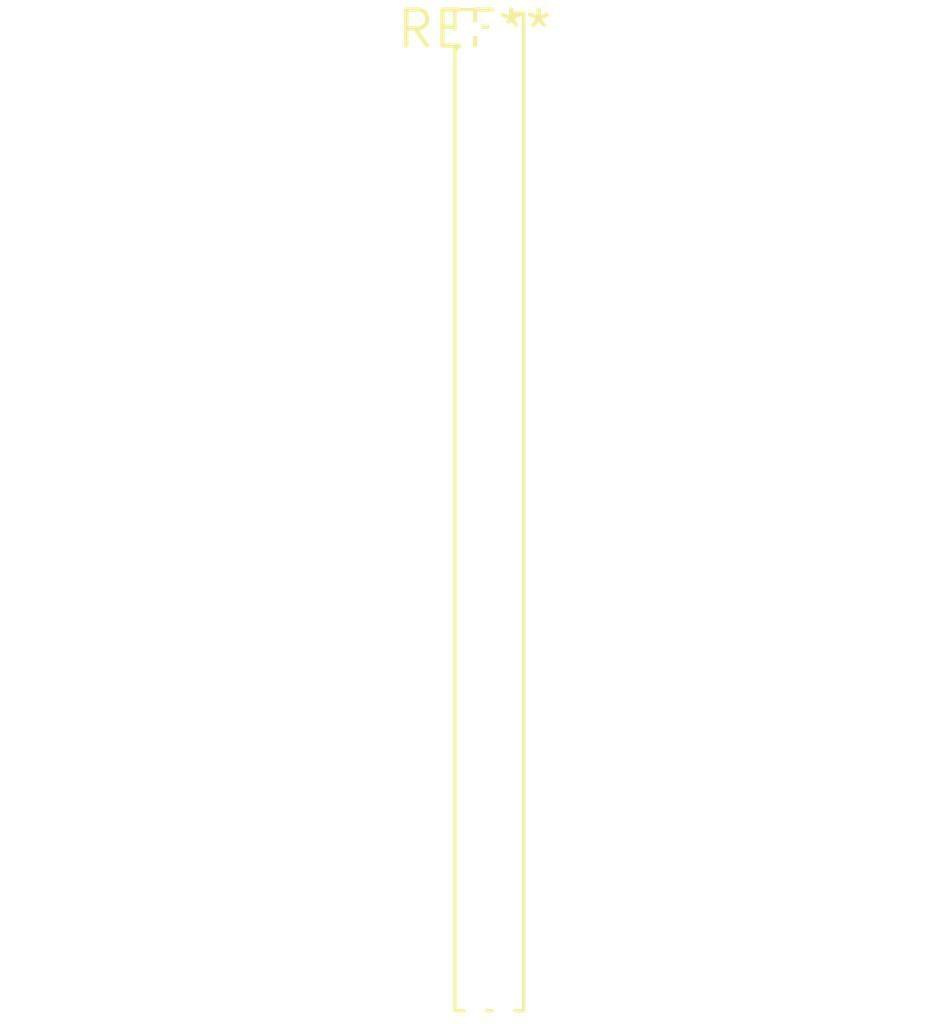
<source format=kicad_pcb>
(kicad_pcb (version 20240108) (generator pcbnew)
  (layers (0 "F.Cu" signal) (31 "B.Cu" signal) (34 "B.Paste" user) (35 "F.Paste" user) (36 "B.SilkS" user "B.Silkscreen") (37 "F.SilkS" user "F.Silkscreen") (38 "B.Mask" user) (39 "F.Mask" user) (44 "Edge.Cuts" user))
  (net 0 "")
  (footprint "PinHeader_2x35_P1.00mm_Vertical" (layer "F.Cu") (at 0 0)
    (property "Reference" "REF**")
    (property "Value" "PinHeader_2x35_P1.00mm_Vertical")
    (fp_line (start -0.71 -0.685) (end 0 -0.685) (layer "F.SilkS") (stroke (width 0.12)))
    (fp_line (start -0.71 0) (end -0.71 -0.685) (layer "F.SilkS") (stroke (width 0.12)))
    (fp_line (start -0.71 0.685) (end -0.71 34.56) (layer "F.SilkS") (stroke (width 0.12)))
    (fp_line (start -0.71 0.685) (end -0.608276 0.685) (layer "F.SilkS") (stroke (width 0.12)))
    (fp_line (start -0.71 34.56) (end -0.394493 34.56) (layer "F.SilkS") (stroke (width 0.12)))
    (fp_line (start 0.394493 34.56) (end 0.605507 34.56) (layer "F.SilkS") (stroke (width 0.12)))
    (fp_line (start 1.394493 -0.56) (end 1.71 -0.56) (layer "F.SilkS") (stroke (width 0.12)))
    (fp_line (start 1.394493 34.56) (end 1.71 34.56) (layer "F.SilkS") (stroke (width 0.12)))
    (fp_line (start 1.71 -0.56) (end 1.71 34.56) (layer "F.SilkS") (stroke (width 0.12)))
    (pad "1" thru_hole rect (at 0 0) (size 0.85 0.85) (drill 0.5) (layers *.Cu *.Mask) (remove_unused_layers))
    (pad "2" thru_hole oval (at 1 0) (size 0.85 0.85) (drill 0.5) (layers *.Cu *.Mask) (remove_unused_layers))
    (pad "3" thru_hole oval (at 0 1) (size 0.85 0.85) (drill 0.5) (layers *.Cu *.Mask) (remove_unused_layers))
    (pad "4" thru_hole oval (at 1 1) (size 0.85 0.85) (drill 0.5) (layers *.Cu *.Mask) (remove_unused_layers))
    (pad "5" thru_hole oval (at 0 2) (size 0.85 0.85) (drill 0.5) (layers *.Cu *.Mask) (remove_unused_layers))
    (pad "6" thru_hole oval (at 1 2) (size 0.85 0.85) (drill 0.5) (layers *.Cu *.Mask) (remove_unused_layers))
    (pad "7" thru_hole oval (at 0 3) (size 0.85 0.85) (drill 0.5) (layers *.Cu *.Mask) (remove_unused_layers))
    (pad "8" thru_hole oval (at 1 3) (size 0.85 0.85) (drill 0.5) (layers *.Cu *.Mask) (remove_unused_layers))
    (pad "9" thru_hole oval (at 0 4) (size 0.85 0.85) (drill 0.5) (layers *.Cu *.Mask) (remove_unused_layers))
    (pad "10" thru_hole oval (at 1 4) (size 0.85 0.85) (drill 0.5) (layers *.Cu *.Mask) (remove_unused_layers))
    (pad "11" thru_hole oval (at 0 5) (size 0.85 0.85) (drill 0.5) (layers *.Cu *.Mask) (remove_unused_layers))
    (pad "12" thru_hole oval (at 1 5) (size 0.85 0.85) (drill 0.5) (layers *.Cu *.Mask) (remove_unused_layers))
    (pad "13" thru_hole oval (at 0 6) (size 0.85 0.85) (drill 0.5) (layers *.Cu *.Mask) (remove_unused_layers))
    (pad "14" thru_hole oval (at 1 6) (size 0.85 0.85) (drill 0.5) (layers *.Cu *.Mask) (remove_unused_layers))
    (pad "15" thru_hole oval (at 0 7) (size 0.85 0.85) (drill 0.5) (layers *.Cu *.Mask) (remove_unused_layers))
    (pad "16" thru_hole oval (at 1 7) (size 0.85 0.85) (drill 0.5) (layers *.Cu *.Mask) (remove_unused_layers))
    (pad "17" thru_hole oval (at 0 8) (size 0.85 0.85) (drill 0.5) (layers *.Cu *.Mask) (remove_unused_layers))
    (pad "18" thru_hole oval (at 1 8) (size 0.85 0.85) (drill 0.5) (layers *.Cu *.Mask) (remove_unused_layers))
    (pad "19" thru_hole oval (at 0 9) (size 0.85 0.85) (drill 0.5) (layers *.Cu *.Mask) (remove_unused_layers))
    (pad "20" thru_hole oval (at 1 9) (size 0.85 0.85) (drill 0.5) (layers *.Cu *.Mask) (remove_unused_layers))
    (pad "21" thru_hole oval (at 0 10) (size 0.85 0.85) (drill 0.5) (layers *.Cu *.Mask) (remove_unused_layers))
    (pad "22" thru_hole oval (at 1 10) (size 0.85 0.85) (drill 0.5) (layers *.Cu *.Mask) (remove_unused_layers))
    (pad "23" thru_hole oval (at 0 11) (size 0.85 0.85) (drill 0.5) (layers *.Cu *.Mask) (remove_unused_layers))
    (pad "24" thru_hole oval (at 1 11) (size 0.85 0.85) (drill 0.5) (layers *.Cu *.Mask) (remove_unused_layers))
    (pad "25" thru_hole oval (at 0 12) (size 0.85 0.85) (drill 0.5) (layers *.Cu *.Mask) (remove_unused_layers))
    (pad "26" thru_hole oval (at 1 12) (size 0.85 0.85) (drill 0.5) (layers *.Cu *.Mask) (remove_unused_layers))
    (pad "27" thru_hole oval (at 0 13) (size 0.85 0.85) (drill 0.5) (layers *.Cu *.Mask) (remove_unused_layers))
    (pad "28" thru_hole oval (at 1 13) (size 0.85 0.85) (drill 0.5) (layers *.Cu *.Mask) (remove_unused_layers))
    (pad "29" thru_hole oval (at 0 14) (size 0.85 0.85) (drill 0.5) (layers *.Cu *.Mask) (remove_unused_layers))
    (pad "30" thru_hole oval (at 1 14) (size 0.85 0.85) (drill 0.5) (layers *.Cu *.Mask) (remove_unused_layers))
    (pad "31" thru_hole oval (at 0 15) (size 0.85 0.85) (drill 0.5) (layers *.Cu *.Mask) (remove_unused_layers))
    (pad "32" thru_hole oval (at 1 15) (size 0.85 0.85) (drill 0.5) (layers *.Cu *.Mask) (remove_unused_layers))
    (pad "33" thru_hole oval (at 0 16) (size 0.85 0.85) (drill 0.5) (layers *.Cu *.Mask) (remove_unused_layers))
    (pad "34" thru_hole oval (at 1 16) (size 0.85 0.85) (drill 0.5) (layers *.Cu *.Mask) (remove_unused_layers))
    (pad "35" thru_hole oval (at 0 17) (size 0.85 0.85) (drill 0.5) (layers *.Cu *.Mask) (remove_unused_layers))
    (pad "36" thru_hole oval (at 1 17) (size 0.85 0.85) (drill 0.5) (layers *.Cu *.Mask) (remove_unused_layers))
    (pad "37" thru_hole oval (at 0 18) (size 0.85 0.85) (drill 0.5) (layers *.Cu *.Mask) (remove_unused_layers))
    (pad "38" thru_hole oval (at 1 18) (size 0.85 0.85) (drill 0.5) (layers *.Cu *.Mask) (remove_unused_layers))
    (pad "39" thru_hole oval (at 0 19) (size 0.85 0.85) (drill 0.5) (layers *.Cu *.Mask) (remove_unused_layers))
    (pad "40" thru_hole oval (at 1 19) (size 0.85 0.85) (drill 0.5) (layers *.Cu *.Mask) (remove_unused_layers))
    (pad "41" thru_hole oval (at 0 20) (size 0.85 0.85) (drill 0.5) (layers *.Cu *.Mask) (remove_unused_layers))
    (pad "42" thru_hole oval (at 1 20) (size 0.85 0.85) (drill 0.5) (layers *.Cu *.Mask) (remove_unused_layers))
    (pad "43" thru_hole oval (at 0 21) (size 0.85 0.85) (drill 0.5) (layers *.Cu *.Mask) (remove_unused_layers))
    (pad "44" thru_hole oval (at 1 21) (size 0.85 0.85) (drill 0.5) (layers *.Cu *.Mask) (remove_unused_layers))
    (pad "45" thru_hole oval (at 0 22) (size 0.85 0.85) (drill 0.5) (layers *.Cu *.Mask) (remove_unused_layers))
    (pad "46" thru_hole oval (at 1 22) (size 0.85 0.85) (drill 0.5) (layers *.Cu *.Mask) (remove_unused_layers))
    (pad "47" thru_hole oval (at 0 23) (size 0.85 0.85) (drill 0.5) (layers *.Cu *.Mask) (remove_unused_layers))
    (pad "48" thru_hole oval (at 1 23) (size 0.85 0.85) (drill 0.5) (layers *.Cu *.Mask) (remove_unused_layers))
    (pad "49" thru_hole oval (at 0 24) (size 0.85 0.85) (drill 0.5) (layers *.Cu *.Mask) (remove_unused_layers))
    (pad "50" thru_hole oval (at 1 24) (size 0.85 0.85) (drill 0.5) (layers *.Cu *.Mask) (remove_unused_layers))
    (pad "51" thru_hole oval (at 0 25) (size 0.85 0.85) (drill 0.5) (layers *.Cu *.Mask) (remove_unused_layers))
    (pad "52" thru_hole oval (at 1 25) (size 0.85 0.85) (drill 0.5) (layers *.Cu *.Mask) (remove_unused_layers))
    (pad "53" thru_hole oval (at 0 26) (size 0.85 0.85) (drill 0.5) (layers *.Cu *.Mask) (remove_unused_layers))
    (pad "54" thru_hole oval (at 1 26) (size 0.85 0.85) (drill 0.5) (layers *.Cu *.Mask) (remove_unused_layers))
    (pad "55" thru_hole oval (at 0 27) (size 0.85 0.85) (drill 0.5) (layers *.Cu *.Mask) (remove_unused_layers))
    (pad "56" thru_hole oval (at 1 27) (size 0.85 0.85) (drill 0.5) (layers *.Cu *.Mask) (remove_unused_layers))
    (pad "57" thru_hole oval (at 0 28) (size 0.85 0.85) (drill 0.5) (layers *.Cu *.Mask) (remove_unused_layers))
    (pad "58" thru_hole oval (at 1 28) (size 0.85 0.85) (drill 0.5) (layers *.Cu *.Mask) (remove_unused_layers))
    (pad "59" thru_hole oval (at 0 29) (size 0.85 0.85) (drill 0.5) (layers *.Cu *.Mask) (remove_unused_layers))
    (pad "60" thru_hole oval (at 1 29) (size 0.85 0.85) (drill 0.5) (layers *.Cu *.Mask) (remove_unused_layers))
    (pad "61" thru_hole oval (at 0 30) (size 0.85 0.85) (drill 0.5) (layers *.Cu *.Mask) (remove_unused_layers))
    (pad "62" thru_hole oval (at 1 30) (size 0.85 0.85) (drill 0.5) (layers *.Cu *.Mask) (remove_unused_layers))
    (pad "63" thru_hole oval (at 0 31) (size 0.85 0.85) (drill 0.5) (layers *.Cu *.Mask) (remove_unused_layers))
    (pad "64" thru_hole oval (at 1 31) (size 0.85 0.85) (drill 0.5) (layers *.Cu *.Mask) (remove_unused_layers))
    (pad "65" thru_hole oval (at 0 32) (size 0.85 0.85) (drill 0.5) (layers *.Cu *.Mask) (remove_unused_layers))
    (pad "66" thru_hole oval (at 1 32) (size 0.85 0.85) (drill 0.5) (layers *.Cu *.Mask) (remove_unused_layers))
    (pad "67" thru_hole oval (at 0 33) (size 0.85 0.85) (drill 0.5) (layers *.Cu *.Mask) (remove_unused_layers))
    (pad "68" thru_hole oval (at 1 33) (size 0.85 0.85) (drill 0.5) (layers *.Cu *.Mask) (remove_unused_layers))
    (pad "69" thru_hole oval (at 0 34) (size 0.85 0.85) (drill 0.5) (layers *.Cu *.Mask) (remove_unused_layers))
    (pad "70" thru_hole oval (at 1 34) (size 0.85 0.85) (drill 0.5) (layers *.Cu *.Mask) (remove_unused_layers))
  )
)
</source>
